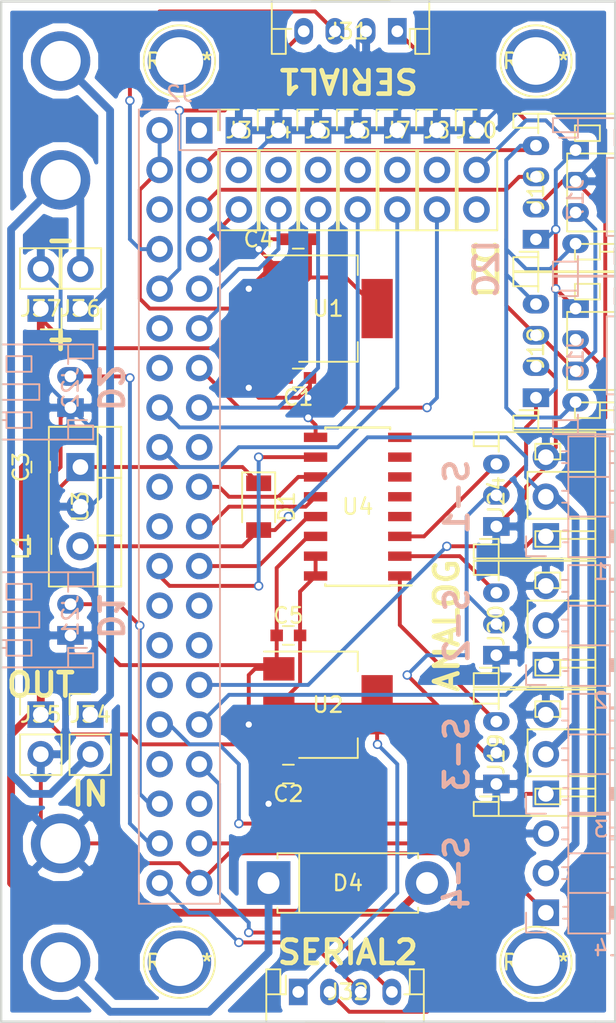
<source format=kicad_pcb>
(kicad_pcb (version 4) (host pcbnew 4.0.7)
  (layers (0 F.Cu signal hide) (31 B.Cu signal hide) (34 B.Paste user) (35 F.Paste user) (36 B.SilkS user) (37 F.SilkS user) (38 B.Mask user) (39 F.Mask user) (44 Edge.Cuts user))
  (net 0 "")
  (net 1 "Net-(J1-Pad1)")
  (net 2 +5V)
  (net 3 GND)
  (net 4 BAT+)
  (net 5 +5VP)
  (net 6 +5VA)
  (net 7 "Net-(D1-Pad1)")
  (net 8 "Net-(D4-Pad1)")
  (net 9 "Net-(J1-Pad2)")
  (net 10 +3V3)
  (net 11 SDA)
  (net 12 SCL)
  (net 13 "Net-(J2-Pad6)")
  (net 14 GPIO4)
  (net 15 TX0)
  (net 16 "Net-(J2-Pad9)")
  (net 17 RX0)
  (net 18 GPIO17)
  (net 19 PWM0)
  (net 20 GPIO27)
  (net 21 "Net-(J2-Pad14)")
  (net 22 GPIO22)
  (net 23 TX1)
  (net 24 "Net-(J2-Pad17)")
  (net 25 RX1)
  (net 26 SPI_MOSI)
  (net 27 "Net-(J2-Pad20)")
  (net 28 SPI_MISO)
  (net 29 GPIO25)
  (net 30 SPI_CLK)
  (net 31 SPI_CS0)
  (net 32 "Net-(J2-Pad25)")
  (net 33 "Net-(J2-Pad26)")
  (net 34 "Net-(J2-Pad27)")
  (net 35 "Net-(J2-Pad28)")
  (net 36 GPIO5)
  (net 37 "Net-(J2-Pad30)")
  (net 38 GPIO6)
  (net 39 GPIO12)
  (net 40 GPIO13)
  (net 41 "Net-(J2-Pad34)")
  (net 42 PWM1)
  (net 43 GPIO16)
  (net 44 GPIO26)
  (net 45 GPIO20)
  (net 46 GPIO21)
  (net 47 A0)
  (net 48 A1)
  (net 49 A2)
  (net 50 "Net-(U4-Pad4)")
  (net 51 "Net-(U4-Pad5)")
  (net 52 "Net-(U4-Pad6)")
  (net 53 "Net-(U4-Pad7)")
  (net 54 "Net-(U4-Pad8)")
  (net 55 "Net-(J3-Pad2)")
  (net 56 "Net-(J4-Pad2)")
  (net 57 "Net-(J5-Pad2)")
  (net 58 "Net-(J6-Pad2)")
  (net 59 "Net-(J7-Pad2)")
  (net 60 "Net-(J8-Pad2)")
  (net 61 "Net-(J10-Pad3)")
  (module Connectors:1pin (layer F.Cu) (at 110.49 105.41)
    (fp_text reference REF** (at 0 0) (layer F.SilkS))
    (fp_text value 1pin)
    (pad 1 thru_hole circle (at 0 0) (size 4.064 4.064) (drill 3.048) (layers *.Cu *.Mask))
  )
  (module Connectors:1pin (layer F.Cu) (at 87.63 105.41)
    (fp_text reference REF** (at 0 0) (layer F.SilkS))
    (fp_text value 1pin)
    (pad 1 thru_hole circle (at 0 0) (size 4.064 4.064) (drill 3.048) (layers *.Cu *.Mask))
  )
  (module Connectors:1pin (layer F.Cu) (at 87.63 47.625)
    (fp_text reference REF** (at 0 0) (layer F.SilkS))
    (fp_text value 1pin)
    (pad 1 thru_hole circle (at 0 0) (size 4.064 4.064) (drill 3.048) (layers *.Cu *.Mask))
  )
  (module Connectors:1pin (layer F.Cu) (at 110.49 47.625)
    (fp_text reference REF** (at 0 0) (layer F.SilkS))
    (fp_text value 1pin)
    (pad 1 thru_hole circle (at 0 0) (size 4.064 4.064) (drill 3.048) (layers *.Cu *.Mask))
  )
  (module Capacitors_SMD:C_0603 (layer F.Cu) (at 95.25 67.945)
    (fp_text reference C1 (at 0 1.27) (layer F.SilkS))
    (fp_text value 100nF)
    (pad 2 smd rect (at 0.75 0) (size 0.8 0.75) (layers F.Cu F.Paste F.Mask) (net 3 GND))
    (pad 1 smd rect (at -0.75 0) (size 0.8 0.75) (layers F.Cu F.Paste F.Mask) (net 4 BAT+))
  )
  (module Capacitors_SMD:C_0603 (layer F.Cu) (at 94.615 93.345)
    (fp_text reference C2 (at 0 1.27) (layer F.SilkS))
    (fp_text value 100nF)
    (pad 2 smd rect (at 0.75 0) (size 0.8 0.75) (layers F.Cu F.Paste F.Mask) (net 3 GND))
    (pad 1 smd rect (at -0.75 0) (size 0.8 0.75) (layers F.Cu F.Paste F.Mask) (net 4 BAT+))
  )
  (module Capacitors_SMD:C_0603 (layer F.Cu) (at 78.74 73.66 270)
    (fp_text reference C3 (at 0 1.27 270) (layer F.SilkS))
    (fp_text value 0.33uF)
    (pad 2 smd rect (at 0.75 0 270) (size 0.8 0.75) (layers F.Cu F.Paste F.Mask) (net 3 GND))
    (pad 1 smd rect (at -0.75 0 270) (size 0.8 0.75) (layers F.Cu F.Paste F.Mask) (net 4 BAT+))
  )
  (module Capacitors_SMD:C_0603 (layer F.Cu) (at 95.25 59.055 180)
    (fp_text reference C4 (at 2.54 0 180) (layer F.SilkS))
    (fp_text value 10uF)
    (pad 2 smd rect (at 0.75 0 180) (size 0.8 0.75) (layers F.Cu F.Paste F.Mask) (net 3 GND))
    (pad 1 smd rect (at -0.75 0 180) (size 0.8 0.75) (layers F.Cu F.Paste F.Mask) (net 2 +5V))
  )
  (module Capacitors_SMD:C_0603 (layer F.Cu) (at 94.615 84.455 180)
    (fp_text reference C5 (at 0 1.27 180) (layer F.SilkS))
    (fp_text value 10uF)
    (pad 2 smd rect (at 0.75 0 180) (size 0.8 0.75) (layers F.Cu F.Paste F.Mask) (net 3 GND))
    (pad 1 smd rect (at -0.75 0 180) (size 0.8 0.75) (layers F.Cu F.Paste F.Mask) (net 6 +5VA))
  )
  (module Diodes_SMD:D_1206 (layer F.Cu) (at 92.71 76.2 270)
    (fp_text reference D1 (at 0 -1.8 270) (layer F.SilkS))
    (fp_text value D_Schottky_Small)
    (pad 1 smd rect (at -1.5 0 270) (size 1 1.6) (layers F.Cu F.Paste F.Mask) (net 7 "Net-(D1-Pad1)"))
    (pad 2 smd rect (at 1.5 0 270) (size 1 1.6) (layers F.Cu F.Paste F.Mask) (net 5 +5VP))
  )
  (module Diodes_THT:D_5W_P10.16mm_Horizontal (layer F.Cu) (at 93.345 100.33)
    (fp_text reference D4 (at 5.08 0) (layer F.SilkS))
    (fp_text value D_Schottky)
    (pad 1 thru_hole rect (at 0 0) (size 2.8 2.8) (drill 1.4) (layers *.Cu *.Mask) (net 8 "Net-(D4-Pad1)"))
    (pad 2 thru_hole oval (at 10.16 0) (size 2.8 2.8) (drill 1.4) (layers *.Cu *.Mask) (net 4 BAT+))
  )
  (module Sailboat:BAT-CONN (layer F.Cu) (at 80.01 51.435)
    (fp_text reference J1 (at 0 -3.81) (layer F.SilkS))
    (fp_text value Conn_01x02)
    (pad 1 thru_hole circle (at 0 -3.81) (size 3.81 3.81) (drill 2.58) (layers *.Cu *.Mask) (net 1 "Net-(J1-Pad1)"))
    (pad 2 thru_hole circle (at 0 3.81) (size 3.81 3.81) (drill 2.58) (layers *.Cu *.Mask) (net 9 "Net-(J1-Pad2)"))
  )
  (module Sailboat:BAT-CONN (layer F.Cu) (at 80.01 101.6)
    (fp_text reference J9 (at 0 3.81) (layer F.SilkS))
    (fp_text value Conn_01x02)
    (pad 1 thru_hole circle (at 0 -3.81) (size 3.81 3.81) (drill 2.58) (layers *.Cu *.Mask) (net 3 GND))
    (pad 2 thru_hole circle (at 0 3.81) (size 3.81 3.81) (drill 2.58) (layers *.Cu *.Mask) (net 8 "Net-(D4-Pad1)"))
  )
  (module Pin_Headers:Pin_Header_Angled_1x03_Pitch2.54mm (layer B.Cu) (at 111.125 78.105)
    (fp_text reference J11 (at 4.385 2.27) (layer B.SilkS) (effects (justify mirror)))
    (fp_text value Conn_01x03_Male)
    (pad 1 thru_hole rect (at 0 0) (size 1.7 1.7) (drill 1) (layers *.Cu *.Mask) (net 36 GPIO5))
    (pad 2 thru_hole oval (at 0 -2.54) (size 1.7 1.7) (drill 1) (layers *.Cu *.Mask) (net 5 +5VP))
    (pad 3 thru_hole oval (at 0 -5.08) (size 1.7 1.7) (drill 1) (layers *.Cu *.Mask) (net 3 GND))
  )
  (module Pin_Headers:Pin_Header_Angled_1x03_Pitch2.54mm (layer B.Cu) (at 111.125 86.36)
    (fp_text reference J12 (at 4.385 2.27) (layer B.SilkS) (effects (justify mirror)))
    (fp_text value Conn_01x03_Male)
    (pad 1 thru_hole rect (at 0 0) (size 1.7 1.7) (drill 1) (layers *.Cu *.Mask) (net 38 GPIO6))
    (pad 2 thru_hole oval (at 0 -2.54) (size 1.7 1.7) (drill 1) (layers *.Cu *.Mask) (net 5 +5VP))
    (pad 3 thru_hole oval (at 0 -5.08) (size 1.7 1.7) (drill 1) (layers *.Cu *.Mask) (net 3 GND))
  )
  (module Pin_Headers:Pin_Header_Angled_1x03_Pitch2.54mm (layer B.Cu) (at 111.125 94.615)
    (fp_text reference J13 (at 4.385 2.27) (layer B.SilkS) (effects (justify mirror)))
    (fp_text value Conn_01x03_Male)
    (pad 1 thru_hole rect (at 0 0) (size 1.7 1.7) (drill 1) (layers *.Cu *.Mask) (net 39 GPIO12))
    (pad 2 thru_hole oval (at 0 -2.54) (size 1.7 1.7) (drill 1) (layers *.Cu *.Mask) (net 5 +5VP))
    (pad 3 thru_hole oval (at 0 -5.08) (size 1.7 1.7) (drill 1) (layers *.Cu *.Mask) (net 3 GND))
  )
  (module Pin_Headers:Pin_Header_Angled_1x03_Pitch2.54mm (layer B.Cu) (at 111.125 102.235)
    (fp_text reference J14 (at 4.385 2.27) (layer B.SilkS) (effects (justify mirror)))
    (fp_text value Conn_01x03_Male)
    (pad 1 thru_hole rect (at 0 0) (size 1.7 1.7) (drill 1) (layers *.Cu *.Mask) (net 44 GPIO26))
    (pad 2 thru_hole oval (at 0 -2.54) (size 1.7 1.7) (drill 1) (layers *.Cu *.Mask) (net 5 +5VP))
    (pad 3 thru_hole oval (at 0 -5.08) (size 1.7 1.7) (drill 1) (layers *.Cu *.Mask) (net 3 GND))
  )
  (module Connectors_JST:JST_PH_S4B-PH-K_04x2.00mm_Angled (layer B.Cu) (at 113.03 63.5 270)
    (fp_text reference J15 (at 3.175 0 270) (layer B.SilkS) (effects (justify mirror)))
    (fp_text value Conn_01x04)
    (pad 1 thru_hole rect (at 0 0 270) (size 1.2 1.7) (drill 0.75) (layers *.Cu *.Mask) (net 6 +5VA))
    (pad 2 thru_hole oval (at 2 0 270) (size 1.2 1.7) (drill 0.75) (layers *.Cu *.Mask) (net 3 GND))
    (pad 3 thru_hole oval (at 4 0 270) (size 1.2 1.7) (drill 0.75) (layers *.Cu *.Mask) (net 12 SCL))
    (pad 4 thru_hole oval (at 6 0 270) (size 1.2 1.7) (drill 0.75) (layers *.Cu *.Mask) (net 11 SDA))
  )
  (module Connectors_JST:JST_PH_S4B-PH-K_04x2.00mm_Angled (layer F.Cu) (at 110.49 59.055 90)
    (fp_text reference J16 (at 3.175 0 90) (layer F.SilkS))
    (fp_text value Conn_01x04)
    (pad 1 thru_hole rect (at 0 0 90) (size 1.2 1.7) (drill 0.75) (layers *.Cu *.Mask) (net 6 +5VA))
    (pad 2 thru_hole oval (at 2 0 90) (size 1.2 1.7) (drill 0.75) (layers *.Cu *.Mask) (net 3 GND))
    (pad 3 thru_hole oval (at 4 0 90) (size 1.2 1.7) (drill 0.75) (layers *.Cu *.Mask) (net 12 SCL))
    (pad 4 thru_hole oval (at 6 0 90) (size 1.2 1.7) (drill 0.75) (layers *.Cu *.Mask) (net 11 SDA))
  )
  (module Connectors_JST:JST_PH_S4B-PH-K_04x2.00mm_Angled (layer B.Cu) (at 113.03 53.34 270)
    (fp_text reference J17 (at 3.175 0 270) (layer B.SilkS) (effects (justify mirror)))
    (fp_text value Conn_01x04)
    (pad 1 thru_hole rect (at 0 0 270) (size 1.2 1.7) (drill 0.75) (layers *.Cu *.Mask) (net 6 +5VA))
    (pad 2 thru_hole oval (at 2 0 270) (size 1.2 1.7) (drill 0.75) (layers *.Cu *.Mask) (net 3 GND))
    (pad 3 thru_hole oval (at 4 0 270) (size 1.2 1.7) (drill 0.75) (layers *.Cu *.Mask) (net 12 SCL))
    (pad 4 thru_hole oval (at 6 0 270) (size 1.2 1.7) (drill 0.75) (layers *.Cu *.Mask) (net 11 SDA))
  )
  (module Connectors_JST:JST_PH_S4B-PH-K_04x2.00mm_Angled (layer F.Cu) (at 110.49 69.215 90)
    (fp_text reference J18 (at 3.175 0 90) (layer F.SilkS))
    (fp_text value Conn_01x04)
    (pad 1 thru_hole rect (at 0 0 90) (size 1.2 1.7) (drill 0.75) (layers *.Cu *.Mask) (net 6 +5VA))
    (pad 2 thru_hole oval (at 2 0 90) (size 1.2 1.7) (drill 0.75) (layers *.Cu *.Mask) (net 3 GND))
    (pad 3 thru_hole oval (at 4 0 90) (size 1.2 1.7) (drill 0.75) (layers *.Cu *.Mask) (net 12 SCL))
    (pad 4 thru_hole oval (at 6 0 90) (size 1.2 1.7) (drill 0.75) (layers *.Cu *.Mask) (net 11 SDA))
  )
  (module Connectors_JST:JST_PH_S3B-PH-K_03x2.00mm_Angled (layer F.Cu) (at 107.95 93.98 90)
    (fp_text reference J19 (at 1.905 0 90) (layer F.SilkS))
    (fp_text value Conn_01x03)
    (pad 1 thru_hole rect (at 0 0 90) (size 1.2 1.7) (drill 0.75) (layers *.Cu *.Mask) (net 3 GND))
    (pad 2 thru_hole oval (at 2 0 90) (size 1.2 1.7) (drill 0.75) (layers *.Cu *.Mask) (net 6 +5VA))
    (pad 3 thru_hole oval (at 4 0 90) (size 1.2 1.7) (drill 0.75) (layers *.Cu *.Mask) (net 47 A0))
  )
  (module Connectors_JST:JST_PH_S3B-PH-K_03x2.00mm_Angled (layer F.Cu) (at 107.95 85.725 90)
    (fp_text reference J20 (at 1.905 0 90) (layer F.SilkS))
    (fp_text value Conn_01x03)
    (pad 1 thru_hole rect (at 0 0 90) (size 1.2 1.7) (drill 0.75) (layers *.Cu *.Mask) (net 3 GND))
    (pad 2 thru_hole oval (at 2 0 90) (size 1.2 1.7) (drill 0.75) (layers *.Cu *.Mask) (net 6 +5VA))
    (pad 3 thru_hole oval (at 4 0 90) (size 1.2 1.7) (drill 0.75) (layers *.Cu *.Mask) (net 48 A1))
  )
  (module Connectors_JST:JST_PH_S2B-PH-K_02x2.00mm_Angled (layer B.Cu) (at 80.645 84.455 90)
    (fp_text reference J21 (at 1.27 0 90) (layer B.SilkS) (effects (justify mirror)))
    (fp_text value Conn_01x02)
    (pad 1 thru_hole rect (at 0 0 90) (size 1.2 1.7) (drill 0.75) (layers *.Cu *.Mask) (net 3 GND))
    (pad 2 thru_hole oval (at 2 0 90) (size 1.2 1.7) (drill 0.75) (layers *.Cu *.Mask) (net 43 GPIO16))
  )
  (module Connectors_JST:JST_PH_S2B-PH-K_02x2.00mm_Angled (layer B.Cu) (at 80.645 69.85 90)
    (fp_text reference J22 (at 1.27 0 90) (layer B.SilkS) (effects (justify mirror)))
    (fp_text value Conn_01x02)
    (pad 1 thru_hole rect (at 0 0 90) (size 1.2 1.7) (drill 0.75) (layers *.Cu *.Mask) (net 3 GND))
    (pad 2 thru_hole oval (at 2 0 90) (size 1.2 1.7) (drill 0.75) (layers *.Cu *.Mask) (net 45 GPIO20))
  )
  (module Connectors_JST:JST_PH_S3B-PH-K_03x2.00mm_Angled (layer F.Cu) (at 107.95 77.47 90)
    (fp_text reference J24 (at 1.905 0 90) (layer F.SilkS))
    (fp_text value Conn_01x03)
    (pad 1 thru_hole rect (at 0 0 90) (size 1.2 1.7) (drill 0.75) (layers *.Cu *.Mask) (net 3 GND))
    (pad 2 thru_hole oval (at 2 0 90) (size 1.2 1.7) (drill 0.75) (layers *.Cu *.Mask) (net 6 +5VA))
    (pad 3 thru_hole oval (at 4 0 90) (size 1.2 1.7) (drill 0.75) (layers *.Cu *.Mask) (net 49 A2))
  )
  (module Connectors_JST:JST_PH_S4B-PH-K_04x2.00mm_Angled (layer F.Cu) (at 101.6 45.72 180)
    (fp_text reference J31 (at 3.175 0 180) (layer F.SilkS))
    (fp_text value Conn_01x04)
    (pad 1 thru_hole rect (at 0 0 180) (size 1.2 1.7) (drill 0.75) (layers *.Cu *.Mask) (net 6 +5VA))
    (pad 2 thru_hole oval (at 2 0 180) (size 1.2 1.7) (drill 0.75) (layers *.Cu *.Mask) (net 3 GND))
    (pad 3 thru_hole oval (at 4 0 180) (size 1.2 1.7) (drill 0.75) (layers *.Cu *.Mask) (net 15 TX0))
    (pad 4 thru_hole oval (at 6 0 180) (size 1.2 1.7) (drill 0.75) (layers *.Cu *.Mask) (net 17 RX0))
  )
  (module Connectors_JST:JST_PH_S4B-PH-K_04x2.00mm_Angled (layer F.Cu) (at 95.25 107.315)
    (fp_text reference J32 (at 3.175 0) (layer F.SilkS))
    (fp_text value Conn_01x04)
    (pad 1 thru_hole rect (at 0 0) (size 1.2 1.7) (drill 0.75) (layers *.Cu *.Mask) (net 6 +5VA))
    (pad 2 thru_hole oval (at 2 0) (size 1.2 1.7) (drill 0.75) (layers *.Cu *.Mask) (net 3 GND))
    (pad 3 thru_hole oval (at 4 0) (size 1.2 1.7) (drill 0.75) (layers *.Cu *.Mask) (net 23 TX1))
    (pad 4 thru_hole oval (at 6 0) (size 1.2 1.7) (drill 0.75) (layers *.Cu *.Mask) (net 25 RX1))
  )
  (module Pin_Headers:Pin_Header_Straight_1x02_Pitch2.54mm (layer F.Cu) (at 81.28 63.5 180)
    (fp_text reference J36 (at 0 0 180) (layer F.SilkS))
    (fp_text value Conn_01x02)
    (pad 1 thru_hole rect (at 0 0 180) (size 1.7 1.7) (drill 1) (layers *.Cu *.Mask) (net 1 "Net-(J1-Pad1)"))
    (pad 2 thru_hole oval (at 0 2.54 180) (size 1.7 1.7) (drill 1) (layers *.Cu *.Mask) (net 9 "Net-(J1-Pad2)"))
  )
  (module Pin_Headers:Pin_Header_Straight_1x02_Pitch2.54mm (layer F.Cu) (at 78.74 63.5 180)
    (fp_text reference J37 (at 0 0 180) (layer F.SilkS))
    (fp_text value Conn_01x02)
    (pad 1 thru_hole rect (at 0 0 180) (size 1.7 1.7) (drill 1) (layers *.Cu *.Mask) (net 4 BAT+))
    (pad 2 thru_hole oval (at 0 2.54 180) (size 1.7 1.7) (drill 1) (layers *.Cu *.Mask) (net 3 GND))
  )
  (module Inductors_SMD:L_0603 (layer F.Cu) (at 78.74 78.74 270)
    (fp_text reference L1 (at 0 1.27 270) (layer F.SilkS))
    (fp_text value 3.3uH)
    (pad 1 smd rect (at -0.75 0 270) (size 0.5 0.9) (layers F.Cu F.Paste F.Mask) (net 7 "Net-(D1-Pad1)"))
    (pad 2 smd rect (at 0.75 0 270) (size 0.5 0.9) (layers F.Cu F.Paste F.Mask) (net 4 BAT+))
  )
  (module TO_SOT_Packages_SMD:SOT-223-3_TabPin2 (layer F.Cu) (at 97.155 63.5)
    (fp_text reference U1 (at 0 0) (layer F.SilkS))
    (fp_text value LD1117S50TR_SOT223)
    (pad 2 smd rect (at 3.15 0) (size 2 3.8) (layers F.Cu F.Paste F.Mask) (net 2 +5V))
    (pad 2 smd rect (at -3.15 0) (size 2 1.5) (layers F.Cu F.Paste F.Mask) (net 2 +5V))
    (pad 3 smd rect (at -3.15 2.3) (size 2 1.5) (layers F.Cu F.Paste F.Mask) (net 4 BAT+))
    (pad 1 smd rect (at -3.15 -2.3) (size 2 1.5) (layers F.Cu F.Paste F.Mask) (net 3 GND))
  )
  (module TO_SOT_Packages_SMD:SOT-223-3_TabPin2 (layer F.Cu) (at 97.155 88.9)
    (fp_text reference U2 (at 0 0) (layer F.SilkS))
    (fp_text value LD1117S50TR_SOT223)
    (pad 2 smd rect (at 3.15 0) (size 2 3.8) (layers F.Cu F.Paste F.Mask) (net 6 +5VA))
    (pad 2 smd rect (at -3.15 0) (size 2 1.5) (layers F.Cu F.Paste F.Mask) (net 6 +5VA))
    (pad 3 smd rect (at -3.15 2.3) (size 2 1.5) (layers F.Cu F.Paste F.Mask) (net 4 BAT+))
    (pad 1 smd rect (at -3.15 -2.3) (size 2 1.5) (layers F.Cu F.Paste F.Mask) (net 3 GND))
  )
  (module TO_SOT_Packages_THT:TO-220-3_Vertical (layer F.Cu) (at 81.28 73.66 270)
    (fp_text reference U3 (at 2.54 0 270) (layer F.SilkS))
    (fp_text value L7805)
    (pad 1 thru_hole rect (at 0 0 270) (size 1.8 1.8) (drill 1) (layers *.Cu *.Mask) (net 7 "Net-(D1-Pad1)"))
    (pad 2 thru_hole oval (at 2.54 0 270) (size 1.8 1.8) (drill 1) (layers *.Cu *.Mask) (net 3 GND))
    (pad 3 thru_hole oval (at 5.08 0 270) (size 1.8 1.8) (drill 1) (layers *.Cu *.Mask) (net 5 +5VP))
  )
  (module Housings_SOIC:SOIC-16_3.9x9.9mm_Pitch1.27mm (layer F.Cu) (at 99.06 76.2 180)
    (fp_text reference U4 (at 0 0 180) (layer F.SilkS))
    (fp_text value MCP3008)
    (pad 1 smd rect (at -2.7 -4.445 180) (size 1.5 0.6) (layers F.Cu F.Paste F.Mask) (net 47 A0))
    (pad 2 smd rect (at -2.7 -3.175 180) (size 1.5 0.6) (layers F.Cu F.Paste F.Mask) (net 48 A1))
    (pad 3 smd rect (at -2.7 -1.905 180) (size 1.5 0.6) (layers F.Cu F.Paste F.Mask) (net 49 A2))
    (pad 4 smd rect (at -2.7 -0.635 180) (size 1.5 0.6) (layers F.Cu F.Paste F.Mask) (net 50 "Net-(U4-Pad4)"))
    (pad 5 smd rect (at -2.7 0.635 180) (size 1.5 0.6) (layers F.Cu F.Paste F.Mask) (net 51 "Net-(U4-Pad5)"))
    (pad 6 smd rect (at -2.7 1.905 180) (size 1.5 0.6) (layers F.Cu F.Paste F.Mask) (net 52 "Net-(U4-Pad6)"))
    (pad 7 smd rect (at -2.7 3.175 180) (size 1.5 0.6) (layers F.Cu F.Paste F.Mask) (net 53 "Net-(U4-Pad7)"))
    (pad 8 smd rect (at -2.7 4.445 180) (size 1.5 0.6) (layers F.Cu F.Paste F.Mask) (net 54 "Net-(U4-Pad8)"))
    (pad 9 smd rect (at 2.7 4.445 180) (size 1.5 0.6) (layers F.Cu F.Paste F.Mask) (net 3 GND))
    (pad 10 smd rect (at 2.7 3.175 180) (size 1.5 0.6) (layers F.Cu F.Paste F.Mask) (net 31 SPI_CS0))
    (pad 11 smd rect (at 2.7 1.905 180) (size 1.5 0.6) (layers F.Cu F.Paste F.Mask) (net 26 SPI_MOSI))
    (pad 12 smd rect (at 2.7 0.635 180) (size 1.5 0.6) (layers F.Cu F.Paste F.Mask) (net 28 SPI_MISO))
    (pad 13 smd rect (at 2.7 -0.635 180) (size 1.5 0.6) (layers F.Cu F.Paste F.Mask) (net 30 SPI_CLK))
    (pad 14 smd rect (at 2.7 -1.905 180) (size 1.5 0.6) (layers F.Cu F.Paste F.Mask) (net 3 GND))
    (pad 15 smd rect (at 2.7 -3.175 180) (size 1.5 0.6) (layers F.Cu F.Paste F.Mask) (net 6 +5VA))
    (pad 16 smd rect (at 2.7 -4.445 180) (size 1.5 0.6) (layers F.Cu F.Paste F.Mask) (net 6 +5VA))
  )
  (module Pin_Headers:Pin_Header_Straight_2x20_Pitch2.54mm (layer B.Cu) (at 88.9 52.07 180)
    (fp_text reference J2 (at 1.27 2.33 180) (layer B.SilkS) (effects (justify mirror)))
    (fp_text value Conn_02x20_Odd_Even)
    (pad 1 thru_hole rect (at 0 0 180) (size 1.7 1.7) (drill 1) (layers *.Cu *.Mask) (net 10 +3V3))
    (pad 2 thru_hole oval (at 2.54 0 180) (size 1.7 1.7) (drill 1) (layers *.Cu *.Mask) (net 2 +5V))
    (pad 3 thru_hole oval (at 0 -2.54 180) (size 1.7 1.7) (drill 1) (layers *.Cu *.Mask) (net 11 SDA))
    (pad 4 thru_hole oval (at 2.54 -2.54 180) (size 1.7 1.7) (drill 1) (layers *.Cu *.Mask) (net 2 +5V))
    (pad 5 thru_hole oval (at 0 -5.08 180) (size 1.7 1.7) (drill 1) (layers *.Cu *.Mask) (net 12 SCL))
    (pad 6 thru_hole oval (at 2.54 -5.08 180) (size 1.7 1.7) (drill 1) (layers *.Cu *.Mask) (net 13 "Net-(J2-Pad6)"))
    (pad 7 thru_hole oval (at 0 -7.62 180) (size 1.7 1.7) (drill 1) (layers *.Cu *.Mask) (net 14 GPIO4))
    (pad 8 thru_hole oval (at 2.54 -7.62 180) (size 1.7 1.7) (drill 1) (layers *.Cu *.Mask) (net 15 TX0))
    (pad 9 thru_hole oval (at 0 -10.16 180) (size 1.7 1.7) (drill 1) (layers *.Cu *.Mask) (net 16 "Net-(J2-Pad9)"))
    (pad 10 thru_hole oval (at 2.54 -10.16 180) (size 1.7 1.7) (drill 1) (layers *.Cu *.Mask) (net 17 RX0))
    (pad 11 thru_hole oval (at 0 -12.7 180) (size 1.7 1.7) (drill 1) (layers *.Cu *.Mask) (net 18 GPIO17))
    (pad 12 thru_hole oval (at 2.54 -12.7 180) (size 1.7 1.7) (drill 1) (layers *.Cu *.Mask) (net 19 PWM0))
    (pad 13 thru_hole oval (at 0 -15.24 180) (size 1.7 1.7) (drill 1) (layers *.Cu *.Mask) (net 20 GPIO27))
    (pad 14 thru_hole oval (at 2.54 -15.24 180) (size 1.7 1.7) (drill 1) (layers *.Cu *.Mask) (net 21 "Net-(J2-Pad14)"))
    (pad 15 thru_hole oval (at 0 -17.78 180) (size 1.7 1.7) (drill 1) (layers *.Cu *.Mask) (net 22 GPIO22))
    (pad 16 thru_hole oval (at 2.54 -17.78 180) (size 1.7 1.7) (drill 1) (layers *.Cu *.Mask) (net 46 GPIO21))
    (pad 17 thru_hole oval (at 0 -20.32 180) (size 1.7 1.7) (drill 1) (layers *.Cu *.Mask) (net 24 "Net-(J2-Pad17)"))
    (pad 18 thru_hole oval (at 2.54 -20.32 180) (size 1.7 1.7) (drill 1) (layers *.Cu *.Mask) (net 40 GPIO13))
    (pad 19 thru_hole oval (at 0 -22.86 180) (size 1.7 1.7) (drill 1) (layers *.Cu *.Mask) (net 26 SPI_MOSI))
    (pad 20 thru_hole oval (at 2.54 -22.86 180) (size 1.7 1.7) (drill 1) (layers *.Cu *.Mask) (net 27 "Net-(J2-Pad20)"))
    (pad 21 thru_hole oval (at 0 -25.4 180) (size 1.7 1.7) (drill 1) (layers *.Cu *.Mask) (net 28 SPI_MISO))
    (pad 22 thru_hole oval (at 2.54 -25.4 180) (size 1.7 1.7) (drill 1) (layers *.Cu *.Mask) (net 29 GPIO25))
    (pad 23 thru_hole oval (at 0 -27.94 180) (size 1.7 1.7) (drill 1) (layers *.Cu *.Mask) (net 30 SPI_CLK))
    (pad 24 thru_hole oval (at 2.54 -27.94 180) (size 1.7 1.7) (drill 1) (layers *.Cu *.Mask) (net 31 SPI_CS0))
    (pad 25 thru_hole oval (at 0 -30.48 180) (size 1.7 1.7) (drill 1) (layers *.Cu *.Mask) (net 32 "Net-(J2-Pad25)"))
    (pad 26 thru_hole oval (at 2.54 -30.48 180) (size 1.7 1.7) (drill 1) (layers *.Cu *.Mask) (net 33 "Net-(J2-Pad26)"))
    (pad 27 thru_hole oval (at 0 -33.02 180) (size 1.7 1.7) (drill 1) (layers *.Cu *.Mask) (net 34 "Net-(J2-Pad27)"))
    (pad 28 thru_hole oval (at 2.54 -33.02 180) (size 1.7 1.7) (drill 1) (layers *.Cu *.Mask) (net 35 "Net-(J2-Pad28)"))
    (pad 29 thru_hole oval (at 0 -35.56 180) (size 1.7 1.7) (drill 1) (layers *.Cu *.Mask) (net 36 GPIO5))
    (pad 30 thru_hole oval (at 2.54 -35.56 180) (size 1.7 1.7) (drill 1) (layers *.Cu *.Mask) (net 37 "Net-(J2-Pad30)"))
    (pad 31 thru_hole oval (at 0 -38.1 180) (size 1.7 1.7) (drill 1) (layers *.Cu *.Mask) (net 38 GPIO6))
    (pad 32 thru_hole oval (at 2.54 -38.1 180) (size 1.7 1.7) (drill 1) (layers *.Cu *.Mask) (net 39 GPIO12))
    (pad 33 thru_hole oval (at 0 -40.64 180) (size 1.7 1.7) (drill 1) (layers *.Cu *.Mask) (net 25 RX1))
    (pad 34 thru_hole oval (at 2.54 -40.64 180) (size 1.7 1.7) (drill 1) (layers *.Cu *.Mask) (net 41 "Net-(J2-Pad34)"))
    (pad 35 thru_hole oval (at 0 -43.18 180) (size 1.7 1.7) (drill 1) (layers *.Cu *.Mask) (net 42 PWM1))
    (pad 36 thru_hole oval (at 2.54 -43.18 180) (size 1.7 1.7) (drill 1) (layers *.Cu *.Mask) (net 43 GPIO16))
    (pad 37 thru_hole oval (at 0 -45.72 180) (size 1.7 1.7) (drill 1) (layers *.Cu *.Mask) (net 44 GPIO26))
    (pad 38 thru_hole oval (at 2.54 -45.72 180) (size 1.7 1.7) (drill 1) (layers *.Cu *.Mask) (net 45 GPIO20))
    (pad 39 thru_hole oval (at 0 -48.26 180) (size 1.7 1.7) (drill 1) (layers *.Cu *.Mask) (net 3 GND))
    (pad 40 thru_hole oval (at 2.54 -48.26 180) (size 1.7 1.7) (drill 1) (layers *.Cu *.Mask) (net 23 TX1))
  )
  (module Pin_Headers:Pin_Header_Straight_1x02_Pitch2.54mm (layer F.Cu) (at 81.915 89.535)
    (fp_text reference J34 (at 0 0) (layer F.SilkS))
    (fp_text value Conn_01x02)
    (pad 1 thru_hole rect (at 0 0) (size 1.7 1.7) (drill 1) (layers *.Cu *.Mask) (net 1 "Net-(J1-Pad1)"))
    (pad 2 thru_hole oval (at 0 2.54) (size 1.7 1.7) (drill 1) (layers *.Cu *.Mask) (net 9 "Net-(J1-Pad2)"))
  )
  (module Pin_Headers:Pin_Header_Straight_1x02_Pitch2.54mm (layer F.Cu) (at 78.74 89.535)
    (fp_text reference J35 (at 0 0) (layer F.SilkS))
    (fp_text value Conn_01x02)
    (pad 1 thru_hole rect (at 0 0) (size 1.7 1.7) (drill 1) (layers *.Cu *.Mask) (net 4 BAT+))
    (pad 2 thru_hole oval (at 0 2.54) (size 1.7 1.7) (drill 1) (layers *.Cu *.Mask) (net 3 GND))
  )
  (module Pin_Headers:Pin_Header_Straight_1x03_Pitch2.54mm (layer F.Cu) (at 91.44 52.07)
    (fp_text reference J3 (at 0 0) (layer F.SilkS))
    (fp_text value Conn_01x03)
    (pad 1 thru_hole rect (at 0 0) (size 1.7 1.7) (drill 1) (layers *.Cu *.Mask) (net 3 GND))
    (pad 2 thru_hole oval (at 0 2.54) (size 1.7 1.7) (drill 1) (layers *.Cu *.Mask) (net 55 "Net-(J3-Pad2)"))
    (pad 3 thru_hole oval (at 0 5.08) (size 1.7 1.7) (drill 1) (layers *.Cu *.Mask) (net 14 GPIO4))
  )
  (module Pin_Headers:Pin_Header_Straight_1x03_Pitch2.54mm (layer F.Cu) (at 93.98 52.07)
    (fp_text reference J4 (at 0 0) (layer F.SilkS))
    (fp_text value Conn_01x03)
    (pad 1 thru_hole rect (at 0 0) (size 1.7 1.7) (drill 1) (layers *.Cu *.Mask) (net 3 GND))
    (pad 2 thru_hole oval (at 0 2.54) (size 1.7 1.7) (drill 1) (layers *.Cu *.Mask) (net 56 "Net-(J4-Pad2)"))
    (pad 3 thru_hole oval (at 0 5.08) (size 1.7 1.7) (drill 1) (layers *.Cu *.Mask) (net 18 GPIO17))
  )
  (module Pin_Headers:Pin_Header_Straight_1x03_Pitch2.54mm (layer F.Cu) (at 96.52 52.07)
    (fp_text reference J5 (at 0 0) (layer F.SilkS))
    (fp_text value Conn_01x03)
    (pad 1 thru_hole rect (at 0 0) (size 1.7 1.7) (drill 1) (layers *.Cu *.Mask) (net 3 GND))
    (pad 2 thru_hole oval (at 0 2.54) (size 1.7 1.7) (drill 1) (layers *.Cu *.Mask) (net 57 "Net-(J5-Pad2)"))
    (pad 3 thru_hole oval (at 0 5.08) (size 1.7 1.7) (drill 1) (layers *.Cu *.Mask) (net 22 GPIO22))
  )
  (module Pin_Headers:Pin_Header_Straight_1x03_Pitch2.54mm (layer F.Cu) (at 99.06 52.07)
    (fp_text reference J6 (at 0 0) (layer F.SilkS))
    (fp_text value Conn_01x03)
    (pad 1 thru_hole rect (at 0 0) (size 1.7 1.7) (drill 1) (layers *.Cu *.Mask) (net 3 GND))
    (pad 2 thru_hole oval (at 0 2.54) (size 1.7 1.7) (drill 1) (layers *.Cu *.Mask) (net 58 "Net-(J6-Pad2)"))
    (pad 3 thru_hole oval (at 0 5.08) (size 1.7 1.7) (drill 1) (layers *.Cu *.Mask) (net 46 GPIO21))
  )
  (module Pin_Headers:Pin_Header_Straight_1x03_Pitch2.54mm (layer F.Cu) (at 101.6 52.07)
    (fp_text reference J7 (at 0 0) (layer F.SilkS))
    (fp_text value Conn_01x03)
    (pad 1 thru_hole rect (at 0 0) (size 1.7 1.7) (drill 1) (layers *.Cu *.Mask) (net 3 GND))
    (pad 2 thru_hole oval (at 0 2.54) (size 1.7 1.7) (drill 1) (layers *.Cu *.Mask) (net 59 "Net-(J7-Pad2)"))
    (pad 3 thru_hole oval (at 0 5.08) (size 1.7 1.7) (drill 1) (layers *.Cu *.Mask) (net 40 GPIO13))
  )
  (module Pin_Headers:Pin_Header_Straight_1x03_Pitch2.54mm (layer F.Cu) (at 104.14 52.07)
    (fp_text reference J8 (at 0 0) (layer F.SilkS))
    (fp_text value Conn_01x03)
    (pad 1 thru_hole rect (at 0 0) (size 1.7 1.7) (drill 1) (layers *.Cu *.Mask) (net 3 GND))
    (pad 2 thru_hole oval (at 0 2.54) (size 1.7 1.7) (drill 1) (layers *.Cu *.Mask) (net 60 "Net-(J8-Pad2)"))
    (pad 3 thru_hole oval (at 0 5.08) (size 1.7 1.7) (drill 1) (layers *.Cu *.Mask) (net 20 GPIO27))
  )
  (module Pin_Headers:Pin_Header_Straight_1x03_Pitch2.54mm (layer F.Cu) (at 106.68 52.07)
    (fp_text reference J10 (at 0 0) (layer F.SilkS))
    (fp_text value Conn_01x03)
    (pad 1 thru_hole rect (at 0 0) (size 1.7 1.7) (drill 1) (layers *.Cu *.Mask) (net 3 GND))
    (pad 2 thru_hole oval (at 0 2.54) (size 1.7 1.7) (drill 1) (layers *.Cu *.Mask) (net 6 +5VA))
    (pad 3 thru_hole oval (at 0 5.08) (size 1.7 1.7) (drill 1) (layers *.Cu *.Mask) (net 61 "Net-(J10-Pad3)"))
  )
  (gr_text D2 (at 83.185 68.58 270) (layer B.SilkS) (effects (font (size 1.5 1.5) (thickness 0.3)) (justify mirror)))
  (gr_text D1 (at 83.185 83.185 270) (layer B.SilkS) (effects (font (size 1.5 1.5) (thickness 0.3)) (justify mirror)))
  (gr_text I2C (at 107.315 60.96 90) (layer B.SilkS) (effects (font (size 1.5 1.5) (thickness 0.3)) (justify mirror)))
  (gr_text SERIAL2 (at 98.425 104.775) (layer F.SilkS) (effects (font (size 1.5 1.5) (thickness 0.3))))
  (gr_text SERIAL1 (at 98.425 48.895 180) (layer F.SilkS) (effects (font (size 1.5 1.5) (thickness 0.3))))
  (gr_text S-1 (at 105.41 75.565 90) (layer B.SilkS) (effects (font (size 1.5 1.5) (thickness 0.3)) (justify mirror)))
  (gr_text S-4 (at 105.41 99.695 90) (layer B.SilkS) (effects (font (size 1.5 1.5) (thickness 0.3)) (justify mirror)))
  (gr_text S-3 (at 105.41 92.075 90) (layer B.SilkS) (effects (font (size 1.5 1.5) (thickness 0.3)) (justify mirror)))
  (gr_text S-2 (at 105.41 83.82 90) (layer B.SilkS) (effects (font (size 1.5 1.5) (thickness 0.3)) (justify mirror)))
  (gr_text ANALOG (at 104.775 83.82 90) (layer F.SilkS) (effects (font (size 1.5 1.5) (thickness 0.3))))
  (gr_text I2C (at 107.315 60.96 90) (layer F.SilkS) (effects (font (size 1.5 1.5) (thickness 0.3))))
  (gr_text + (at 80.01 65.405) (layer F.SilkS) (effects (font (size 1.5 1.5) (thickness 0.3))))
  (gr_text - (at 80.01 59.055) (layer F.SilkS) (effects (font (size 1.5 1.5) (thickness 0.3))))
  (gr_text IN (at 81.915 94.615) (layer F.SilkS) (effects (font (size 1.5 1.5) (thickness 0.3))))
  (gr_text OUT (at 78.74 87.63) (layer F.SilkS) (effects (font (size 1.5 1.5) (thickness 0.3))))
  (gr_line (start 115.57 109.22) (end 114.3 109.22) (angle 90) (layer Edge.Cuts) (width 0.15))
  (gr_line (start 115.57 43.815) (end 115.57 109.22) (angle 90) (layer Edge.Cuts) (width 0.15))
  (gr_line (start 114.3 43.815) (end 115.57 43.815) (angle 90) (layer Edge.Cuts) (width 0.15))
  (gr_line (start 76.2 109.22) (end 83.82 109.22) (angle 90) (layer Edge.Cuts) (width 0.15))
  (gr_line (start 76.2 43.815) (end 76.2 109.22) (angle 90) (layer Edge.Cuts) (width 0.15))
  (gr_line (start 83.82 43.815) (end 76.2 43.815) (angle 90) (layer Edge.Cuts) (width 0.15))
  (gr_line (start 114.3 109.22) (end 83.82 109.22) (angle 90) (layer Edge.Cuts) (width 0.15))
  (gr_line (start 83.82 43.815) (end 114.3 43.815) (angle 90) (layer Edge.Cuts) (width 0.15))
  (segment (start 83.185 62.23) (end 83.185 88.265) (width 0.5) (layer B.Cu) (net 1))
  (segment (start 83.185 88.265) (end 81.915 89.535) (width 0.5) (layer B.Cu) (net 1))
  (segment (start 80.01 47.625) (end 83.185 50.8) (width 0.5) (layer B.Cu) (net 1))
  (segment (start 83.185 62.23) (end 81.915 63.5) (width 0.5) (layer B.Cu) (net 1))
  (segment (start 83.185 50.8) (end 83.185 62.23) (width 0.5) (layer B.Cu) (net 1))
  (segment (start 81.915 63.5) (end 81.28 63.5) (width 0.5) (layer B.Cu) (net 1))
  (segment (start 94.005 63.5) (end 85.725 63.5) (width 0.25) (layer F.Cu) (net 2))
  (segment (start 85.09 55.88) (end 86.36 54.61) (width 0.25) (layer F.Cu) (net 2))
  (segment (start 85.09 62.865) (end 85.09 55.88) (width 0.25) (layer F.Cu) (net 2))
  (segment (start 85.725 63.5) (end 85.09 62.865) (width 0.25) (layer F.Cu) (net 2))
  (segment (start 86.36 52.07) (end 86.36 54.61) (width 0.25) (layer B.Cu) (net 2))
  (segment (start 96 61.505) (end 98.31 61.505) (width 0.25) (layer F.Cu) (net 2))
  (segment (start 98.31 61.505) (end 100.305 63.5) (width 0.25) (layer F.Cu) (net 2))
  (segment (start 96 59.055) (end 96 61.505) (width 0.25) (layer F.Cu) (net 2))
  (segment (start 96 61.505) (end 94.005 63.5) (width 0.25) (layer F.Cu) (net 2))
  (segment (start 88.9 100.33) (end 90.805 98.425) (width 0.25) (layer F.Cu) (net 3))
  (segment (start 98.52 108.585) (end 97.25 107.315) (width 0.25) (layer F.Cu) (net 3))
  (segment (start 103.505 108.585) (end 98.52 108.585) (width 0.25) (layer F.Cu) (net 3))
  (segment (start 106.045 106.045) (end 103.505 108.585) (width 0.25) (layer F.Cu) (net 3))
  (segment (start 106.045 99.06) (end 106.045 106.045) (width 0.25) (layer F.Cu) (net 3))
  (segment (start 105.41 98.425) (end 106.045 99.06) (width 0.25) (layer F.Cu) (net 3))
  (segment (start 90.805 98.425) (end 105.41 98.425) (width 0.25) (layer F.Cu) (net 3))
  (segment (start 99.06 52.07) (end 99.06 46.26) (width 0.25) (layer B.Cu) (net 3))
  (segment (start 99.06 46.26) (end 99.6 45.72) (width 0.25) (layer B.Cu) (net 3))
  (segment (start 80.645 84.455) (end 81.915 84.455) (width 0.25) (layer F.Cu) (net 3))
  (segment (start 83.82 86.36) (end 93.765 86.36) (width 0.25) (layer F.Cu) (net 3))
  (segment (start 81.915 84.455) (end 83.82 86.36) (width 0.25) (layer F.Cu) (net 3))
  (segment (start 93.765 86.36) (end 94.005 86.6) (width 0.25) (layer F.Cu) (net 3))
  (segment (start 80.01 97.79) (end 83.82 97.79) (width 0.25) (layer F.Cu) (net 3))
  (segment (start 87.63 99.06) (end 88.9 100.33) (width 0.25) (layer F.Cu) (net 3))
  (segment (start 85.09 99.06) (end 87.63 99.06) (width 0.25) (layer F.Cu) (net 3))
  (segment (start 83.82 97.79) (end 85.09 99.06) (width 0.25) (layer F.Cu) (net 3))
  (segment (start 94.5 59.055) (end 93.345 59.055) (width 0.25) (layer F.Cu) (net 3))
  (segment (start 93.345 59.055) (end 92.71 59.69) (width 0.25) (layer F.Cu) (net 3))
  (segment (start 106.68 52.07) (end 108.585 50.165) (width 0.25) (layer B.Cu) (net 3))
  (segment (start 114.935 53.435) (end 113.03 55.34) (width 0.25) (layer B.Cu) (net 3))
  (segment (start 114.935 52.07) (end 114.935 53.435) (width 0.25) (layer B.Cu) (net 3))
  (segment (start 113.03 50.165) (end 114.935 52.07) (width 0.25) (layer B.Cu) (net 3))
  (segment (start 108.585 50.165) (end 113.03 50.165) (width 0.25) (layer B.Cu) (net 3))
  (segment (start 104.14 52.07) (end 106.68 52.07) (width 0.25) (layer B.Cu) (net 3))
  (segment (start 101.6 52.07) (end 104.14 52.07) (width 0.25) (layer B.Cu) (net 3))
  (segment (start 99.06 52.07) (end 101.6 52.07) (width 0.25) (layer B.Cu) (net 3))
  (segment (start 96.52 52.07) (end 99.06 52.07) (width 0.25) (layer B.Cu) (net 3))
  (segment (start 93.98 52.07) (end 96.52 52.07) (width 0.25) (layer B.Cu) (net 3))
  (segment (start 91.44 52.07) (end 93.98 52.07) (width 0.25) (layer B.Cu) (net 3))
  (segment (start 93.865 84.455) (end 93.865 86.46) (width 0.25) (layer F.Cu) (net 3))
  (segment (start 93.865 86.46) (end 94.005 86.6) (width 0.25) (layer F.Cu) (net 3))
  (segment (start 96.36 78.105) (end 95.885 78.105) (width 0.25) (layer F.Cu) (net 3))
  (segment (start 95.885 78.105) (end 93.865 80.125) (width 0.25) (layer F.Cu) (net 3))
  (segment (start 93.865 80.125) (end 93.865 84.455) (width 0.25) (layer F.Cu) (net 3))
  (segment (start 94.005 86.6) (end 92.47 86.6) (width 0.25) (layer F.Cu) (net 3))
  (segment (start 93.345 95.25) (end 95.25 93.345) (width 0.25) (layer F.Cu) (net 3))
  (via (at 93.345 95.25) (size 0.6) (drill 0.4) (layers F.Cu B.Cu) (net 3))
  (segment (start 92.71 94.615) (end 93.345 95.25) (width 0.25) (layer B.Cu) (net 3))
  (segment (start 92.71 90.805) (end 92.71 94.615) (width 0.25) (layer B.Cu) (net 3))
  (segment (start 92.075 90.17) (end 92.71 90.805) (width 0.25) (layer B.Cu) (net 3))
  (via (at 92.075 90.17) (size 0.6) (drill 0.4) (layers F.Cu B.Cu) (net 3))
  (segment (start 92.075 86.995) (end 92.075 90.17) (width 0.25) (layer F.Cu) (net 3))
  (segment (start 92.47 86.6) (end 92.075 86.995) (width 0.25) (layer F.Cu) (net 3))
  (segment (start 95.25 93.345) (end 95.365 93.345) (width 0.25) (layer F.Cu) (net 3))
  (segment (start 78.74 92.075) (end 78.74 96.52) (width 0.25) (layer F.Cu) (net 3))
  (segment (start 78.74 96.52) (end 80.01 97.79) (width 0.25) (layer F.Cu) (net 3))
  (segment (start 80.645 69.85) (end 82.55 71.755) (width 0.25) (layer B.Cu) (net 3))
  (segment (start 82.55 75.565) (end 81.915 76.2) (width 0.25) (layer B.Cu) (net 3))
  (segment (start 82.55 71.755) (end 82.55 75.565) (width 0.25) (layer B.Cu) (net 3))
  (segment (start 81.915 76.2) (end 81.28 76.2) (width 0.25) (layer B.Cu) (net 3))
  (segment (start 78.74 74.41) (end 79.26 74.41) (width 0.25) (layer F.Cu) (net 3))
  (segment (start 80.01 70.485) (end 80.645 69.85) (width 0.25) (layer F.Cu) (net 3))
  (segment (start 80.01 73.66) (end 80.01 70.485) (width 0.25) (layer F.Cu) (net 3))
  (segment (start 79.26 74.41) (end 80.01 73.66) (width 0.25) (layer F.Cu) (net 3))
  (segment (start 78.74 60.96) (end 80.01 62.23) (width 0.25) (layer B.Cu) (net 3))
  (segment (start 78.74 67.945) (end 80.645 69.85) (width 0.25) (layer B.Cu) (net 3))
  (segment (start 78.74 67.31) (end 78.74 67.945) (width 0.25) (layer B.Cu) (net 3))
  (segment (start 80.01 66.04) (end 78.74 67.31) (width 0.25) (layer B.Cu) (net 3))
  (segment (start 80.01 62.23) (end 80.01 66.04) (width 0.25) (layer B.Cu) (net 3))
  (segment (start 96 68.465) (end 96 69.1) (width 0.25) (layer F.Cu) (net 3))
  (segment (start 96.36 70.96) (end 96.36 71.755) (width 0.25) (layer F.Cu) (net 3))
  (segment (start 95.885 70.485) (end 96.36 70.96) (width 0.25) (layer F.Cu) (net 3))
  (via (at 95.885 70.485) (size 0.6) (drill 0.4) (layers F.Cu B.Cu) (net 3))
  (segment (start 95.885 69.215) (end 95.885 70.485) (width 0.25) (layer B.Cu) (net 3))
  (via (at 95.885 69.215) (size 0.6) (drill 0.4) (layers F.Cu B.Cu) (net 3))
  (segment (start 96 69.1) (end 95.885 69.215) (width 0.25) (layer F.Cu) (net 3))
  (segment (start 96 67.945) (end 96 68.465) (width 0.25) (layer F.Cu) (net 3))
  (segment (start 92.075 62.23) (end 93.105 61.2) (width 0.25) (layer F.Cu) (net 3))
  (via (at 92.075 62.23) (size 0.6) (drill 0.4) (layers F.Cu B.Cu) (net 3))
  (segment (start 92.075 68.58) (end 92.075 62.23) (width 0.25) (layer B.Cu) (net 3))
  (via (at 92.075 68.58) (size 0.6) (drill 0.4) (layers F.Cu B.Cu) (net 3))
  (segment (start 92.71 69.215) (end 92.075 68.58) (width 0.25) (layer F.Cu) (net 3))
  (segment (start 95.25 69.215) (end 92.71 69.215) (width 0.25) (layer F.Cu) (net 3))
  (segment (start 96 68.465) (end 95.25 69.215) (width 0.25) (layer F.Cu) (net 3))
  (segment (start 93.105 61.2) (end 94.005 61.2) (width 0.25) (layer F.Cu) (net 3))
  (segment (start 93.98 52.07) (end 92.71 53.34) (width 0.25) (layer B.Cu) (net 3))
  (segment (start 92.71 59.69) (end 94.005 60.985) (width 0.25) (layer F.Cu) (net 3))
  (via (at 92.71 59.69) (size 0.6) (drill 0.4) (layers F.Cu B.Cu) (net 3))
  (segment (start 92.71 53.34) (end 92.71 59.69) (width 0.25) (layer B.Cu) (net 3))
  (segment (start 94.005 60.985) (end 94.005 61.2) (width 0.25) (layer F.Cu) (net 3))
  (segment (start 114.935 67.405) (end 114.935 57.245) (width 0.25) (layer F.Cu) (net 3))
  (segment (start 114.935 57.245) (end 113.03 55.34) (width 0.25) (layer F.Cu) (net 3))
  (segment (start 111.125 73.025) (end 112.395 73.025) (width 0.25) (layer F.Cu) (net 3))
  (segment (start 114.935 67.405) (end 113.03 65.5) (width 0.25) (layer F.Cu) (net 3))
  (segment (start 114.935 70.485) (end 114.935 67.405) (width 0.25) (layer F.Cu) (net 3))
  (segment (start 112.395 73.025) (end 114.935 70.485) (width 0.25) (layer F.Cu) (net 3))
  (segment (start 113.03 55.34) (end 112.205 55.34) (width 0.25) (layer F.Cu) (net 3))
  (segment (start 112.205 55.34) (end 110.49 57.055) (width 0.25) (layer F.Cu) (net 3))
  (segment (start 110.49 67.215) (end 111.03 67.215) (width 0.25) (layer F.Cu) (net 3))
  (segment (start 111.03 67.215) (end 111.76 67.945) (width 0.25) (layer F.Cu) (net 3))
  (segment (start 111.76 67.945) (end 111.76 72.39) (width 0.25) (layer F.Cu) (net 3))
  (segment (start 111.76 72.39) (end 111.125 73.025) (width 0.25) (layer F.Cu) (net 3))
  (segment (start 111.125 73.025) (end 111.125 73.66) (width 0.25) (layer F.Cu) (net 3))
  (segment (start 111.125 73.66) (end 109.855 74.93) (width 0.25) (layer F.Cu) (net 3))
  (segment (start 109.855 74.93) (end 109.855 75.565) (width 0.25) (layer F.Cu) (net 3))
  (segment (start 109.855 75.565) (end 107.95 77.47) (width 0.25) (layer F.Cu) (net 3))
  (segment (start 78.74 63.5) (end 78.74 64.135) (width 0.25) (layer F.Cu) (net 4))
  (segment (start 78.74 64.135) (end 80.645 66.04) (width 0.25) (layer F.Cu) (net 4))
  (segment (start 80.645 66.04) (end 93.765 66.04) (width 0.25) (layer F.Cu) (net 4))
  (segment (start 93.765 66.04) (end 94.005 65.8) (width 0.25) (layer F.Cu) (net 4))
  (segment (start 94.005 65.8) (end 94.005 67.45) (width 0.25) (layer F.Cu) (net 4))
  (segment (start 94.005 67.45) (end 94.5 67.945) (width 0.25) (layer F.Cu) (net 4))
  (segment (start 78.74 89.535) (end 78.105 89.535) (width 0.5) (layer F.Cu) (net 4))
  (segment (start 78.105 89.535) (end 76.835 90.805) (width 0.5) (layer F.Cu) (net 4))
  (segment (start 101.6 102.235) (end 103.505 100.33) (width 0.5) (layer F.Cu) (net 4))
  (segment (start 78.74 102.235) (end 101.6 102.235) (width 0.5) (layer F.Cu) (net 4))
  (segment (start 76.835 100.33) (end 78.74 102.235) (width 0.5) (layer F.Cu) (net 4))
  (segment (start 76.835 90.805) (end 76.835 100.33) (width 0.5) (layer F.Cu) (net 4))
  (segment (start 78.74 79.49) (end 78.74 89.535) (width 0.5) (layer F.Cu) (net 4))
  (segment (start 78.74 63.5) (end 78.74 72.91) (width 0.5) (layer F.Cu) (net 4))
  (segment (start 78.74 72.91) (end 78.22 72.91) (width 0.25) (layer F.Cu) (net 4))
  (segment (start 78.22 79.49) (end 78.74 79.49) (width 0.25) (layer F.Cu) (net 4))
  (segment (start 77.47 78.74) (end 78.22 79.49) (width 0.25) (layer F.Cu) (net 4))
  (segment (start 77.47 73.66) (end 77.47 78.74) (width 0.25) (layer F.Cu) (net 4))
  (segment (start 78.22 72.91) (end 77.47 73.66) (width 0.25) (layer F.Cu) (net 4))
  (segment (start 78.74 89.535) (end 80.01 90.805) (width 0.25) (layer F.Cu) (net 4))
  (segment (start 80.01 90.805) (end 84.455 90.805) (width 0.25) (layer F.Cu) (net 4))
  (segment (start 84.455 90.805) (end 85.09 91.44) (width 0.25) (layer F.Cu) (net 4))
  (segment (start 85.09 91.44) (end 93.765 91.44) (width 0.25) (layer F.Cu) (net 4))
  (segment (start 93.765 91.44) (end 94.005 91.2) (width 0.25) (layer F.Cu) (net 4))
  (segment (start 94.005 91.2) (end 94.005 93.205) (width 0.5) (layer F.Cu) (net 4))
  (segment (start 94.005 93.205) (end 93.865 93.345) (width 0.5) (layer F.Cu) (net 4))
  (segment (start 92.71 77.7) (end 93.75 77.7) (width 0.25) (layer F.Cu) (net 5))
  (segment (start 109.855 74.295) (end 111.125 75.565) (width 0.25) (layer B.Cu) (net 5))
  (segment (start 109.855 73.025) (end 109.855 74.295) (width 0.25) (layer B.Cu) (net 5))
  (segment (start 108.585 71.755) (end 109.855 73.025) (width 0.25) (layer B.Cu) (net 5))
  (segment (start 99.695 71.755) (end 108.585 71.755) (width 0.25) (layer B.Cu) (net 5))
  (segment (start 94.615 76.835) (end 99.695 71.755) (width 0.25) (layer B.Cu) (net 5))
  (via (at 94.615 76.835) (size 0.6) (drill 0.4) (layers F.Cu B.Cu) (net 5))
  (segment (start 93.75 77.7) (end 94.615 76.835) (width 0.25) (layer F.Cu) (net 5))
  (segment (start 80.645 78.74) (end 91.67 78.74) (width 0.25) (layer F.Cu) (net 5))
  (segment (start 91.67 78.74) (end 92.71 77.7) (width 0.25) (layer F.Cu) (net 5))
  (segment (start 113.03 90.17) (end 113.03 97.79) (width 0.5) (layer B.Cu) (net 5))
  (segment (start 113.03 97.79) (end 111.125 99.695) (width 0.5) (layer B.Cu) (net 5))
  (segment (start 113.03 81.915) (end 113.03 90.17) (width 0.5) (layer B.Cu) (net 5))
  (segment (start 113.03 90.17) (end 111.125 92.075) (width 0.5) (layer B.Cu) (net 5))
  (segment (start 111.125 75.565) (end 111.76 75.565) (width 0.5) (layer B.Cu) (net 5))
  (segment (start 111.76 75.565) (end 113.03 76.835) (width 0.5) (layer B.Cu) (net 5))
  (segment (start 113.03 76.835) (end 113.03 81.915) (width 0.5) (layer B.Cu) (net 5))
  (segment (start 113.03 81.915) (end 111.125 83.82) (width 0.5) (layer B.Cu) (net 5))
  (segment (start 101.6 92.71) (end 101.6 100.965) (width 0.25) (layer B.Cu) (net 6))
  (segment (start 100.305 88.9) (end 100.305 91.415) (width 0.25) (layer F.Cu) (net 6))
  (segment (start 100.33 91.44) (end 100.305 91.415) (width 0.25) (layer F.Cu) (net 6))
  (via (at 100.33 91.44) (size 0.6) (drill 0.4) (layers F.Cu B.Cu) (net 6))
  (segment (start 101.6 92.71) (end 100.33 91.44) (width 0.25) (layer B.Cu) (net 6))
  (segment (start 101.6 100.965) (end 95.25 107.315) (width 0.25) (layer B.Cu) (net 6))
  (segment (start 105.41 46.99) (end 102.87 46.99) (width 0.25) (layer F.Cu) (net 6))
  (segment (start 113.03 53.34) (end 111.125 51.435) (width 0.25) (layer F.Cu) (net 6))
  (segment (start 109.855 51.435) (end 111.125 51.435) (width 0.25) (layer F.Cu) (net 6))
  (segment (start 105.41 46.99) (end 109.855 51.435) (width 0.25) (layer F.Cu) (net 6))
  (segment (start 102.87 46.99) (end 101.6 45.72) (width 0.25) (layer F.Cu) (net 6))
  (segment (start 104.14 88.9) (end 102.235 86.995) (width 0.25) (layer F.Cu) (net 6))
  (segment (start 106.045 85.725) (end 106.045 81.915) (width 0.25) (layer B.Cu) (net 6))
  (segment (start 103.505 85.725) (end 106.045 85.725) (width 0.25) (layer B.Cu) (net 6))
  (segment (start 102.235 86.995) (end 103.505 85.725) (width 0.25) (layer B.Cu) (net 6))
  (via (at 102.235 86.995) (size 0.6) (drill 0.4) (layers F.Cu B.Cu) (net 6))
  (segment (start 100.305 88.9) (end 104.14 88.9) (width 0.25) (layer F.Cu) (net 6))
  (segment (start 107.22 91.98) (end 104.14 88.9) (width 0.25) (layer F.Cu) (net 6))
  (segment (start 106.68 54.61) (end 109.855 51.435) (width 0.25) (layer B.Cu) (net 6))
  (segment (start 111.125 51.435) (end 113.03 53.34) (width 0.25) (layer B.Cu) (net 6))
  (segment (start 109.855 51.435) (end 111.125 51.435) (width 0.25) (layer B.Cu) (net 6))
  (segment (start 110.49 69.215) (end 110.49 70.485) (width 0.25) (layer F.Cu) (net 6))
  (segment (start 109.855 73.565) (end 107.95 75.47) (width 0.25) (layer F.Cu) (net 6))
  (segment (start 109.855 71.12) (end 109.855 73.565) (width 0.25) (layer F.Cu) (net 6))
  (segment (start 110.49 70.485) (end 109.855 71.12) (width 0.25) (layer F.Cu) (net 6))
  (segment (start 107.22 91.98) (end 107.95 91.98) (width 0.25) (layer F.Cu) (net 6))
  (segment (start 107.95 75.47) (end 107.41 75.47) (width 0.25) (layer B.Cu) (net 6))
  (segment (start 107.41 75.47) (end 106.045 76.835) (width 0.25) (layer B.Cu) (net 6))
  (segment (start 106.045 76.835) (end 106.045 81.915) (width 0.25) (layer B.Cu) (net 6))
  (segment (start 106.045 81.915) (end 106.045 81.82) (width 0.25) (layer B.Cu) (net 6))
  (segment (start 106.045 81.82) (end 107.95 83.725) (width 0.25) (layer B.Cu) (net 6))
  (segment (start 100.305 88.9) (end 94.005 88.9) (width 0.25) (layer F.Cu) (net 6))
  (segment (start 95.365 84.455) (end 95.365 87.54) (width 0.25) (layer F.Cu) (net 6))
  (segment (start 95.365 87.54) (end 94.005 88.9) (width 0.25) (layer F.Cu) (net 6))
  (segment (start 95.365 84.455) (end 95.365 81.64) (width 0.25) (layer F.Cu) (net 6))
  (segment (start 95.365 81.64) (end 96.36 80.645) (width 0.25) (layer F.Cu) (net 6))
  (segment (start 96.36 80.645) (end 96.36 79.375) (width 0.25) (layer F.Cu) (net 6))
  (via (at 111.76 62.23) (size 0.6) (drill 0.4) (layers F.Cu B.Cu) (net 6))
  (segment (start 111.125 69.215) (end 111.76 68.58) (width 0.25) (layer B.Cu) (net 6))
  (segment (start 111.76 68.58) (end 111.76 62.23) (width 0.25) (layer B.Cu) (net 6))
  (segment (start 111.125 69.215) (end 110.49 69.215) (width 0.25) (layer B.Cu) (net 6))
  (via (at 111.76 58.42) (size 0.6) (drill 0.4) (layers F.Cu B.Cu) (net 6))
  (segment (start 111.76 62.23) (end 111.76 58.42) (width 0.25) (layer F.Cu) (net 6))
  (segment (start 113.03 63.5) (end 111.76 62.23) (width 0.25) (layer F.Cu) (net 6))
  (segment (start 113.03 53.34) (end 111.76 54.61) (width 0.25) (layer B.Cu) (net 6))
  (segment (start 111.76 58.42) (end 111.125 59.055) (width 0.25) (layer B.Cu) (net 6))
  (segment (start 111.76 54.61) (end 111.76 58.42) (width 0.25) (layer B.Cu) (net 6))
  (segment (start 111.125 59.055) (end 110.49 59.055) (width 0.25) (layer B.Cu) (net 6))
  (segment (start 78.74 77.99) (end 78.74 76.2) (width 0.25) (layer F.Cu) (net 7))
  (segment (start 78.74 76.2) (end 81.28 73.66) (width 0.25) (layer F.Cu) (net 7))
  (segment (start 80.645 73.66) (end 91.67 73.66) (width 0.25) (layer F.Cu) (net 7))
  (segment (start 91.67 73.66) (end 92.71 74.7) (width 0.25) (layer F.Cu) (net 7))
  (segment (start 93.345 100.33) (end 93.345 104.775) (width 0.5) (layer B.Cu) (net 8))
  (segment (start 83.185 108.585) (end 80.01 105.41) (width 0.5) (layer B.Cu) (net 8))
  (segment (start 89.535 108.585) (end 83.185 108.585) (width 0.5) (layer B.Cu) (net 8))
  (segment (start 93.345 104.775) (end 89.535 108.585) (width 0.5) (layer B.Cu) (net 8))
  (segment (start 80.01 55.245) (end 76.835 58.42) (width 0.5) (layer B.Cu) (net 9))
  (segment (start 79.375 94.615) (end 81.915 92.075) (width 0.5) (layer B.Cu) (net 9))
  (segment (start 78.105 94.615) (end 79.375 94.615) (width 0.5) (layer B.Cu) (net 9))
  (segment (start 76.835 93.345) (end 78.105 94.615) (width 0.5) (layer B.Cu) (net 9))
  (segment (start 76.835 58.42) (end 76.835 93.345) (width 0.5) (layer B.Cu) (net 9))
  (segment (start 81.28 60.96) (end 81.28 56.515) (width 0.5) (layer B.Cu) (net 9))
  (segment (start 81.28 56.515) (end 80.01 55.245) (width 0.5) (layer B.Cu) (net 9))
  (segment (start 88.9 54.61) (end 90.17 53.34) (width 0.25) (layer F.Cu) (net 11))
  (segment (start 90.17 53.34) (end 110.205 53.34) (width 0.25) (layer F.Cu) (net 11))
  (segment (start 110.205 53.34) (end 110.49 53.055) (width 0.25) (layer F.Cu) (net 11))
  (segment (start 108.585 61.31) (end 108.585 69.85) (width 0.25) (layer B.Cu) (net 11))
  (segment (start 112.045 70.485) (end 113.03 69.5) (width 0.25) (layer B.Cu) (net 11))
  (segment (start 109.22 70.485) (end 112.045 70.485) (width 0.25) (layer B.Cu) (net 11))
  (segment (start 108.585 69.85) (end 109.22 70.485) (width 0.25) (layer B.Cu) (net 11))
  (segment (start 108.585 59.055) (end 108.585 59.69) (width 0.25) (layer B.Cu) (net 11))
  (segment (start 111.41 60.96) (end 113.03 59.34) (width 0.25) (layer B.Cu) (net 11))
  (segment (start 109.855 60.96) (end 111.41 60.96) (width 0.25) (layer B.Cu) (net 11))
  (segment (start 108.585 59.69) (end 109.855 60.96) (width 0.25) (layer B.Cu) (net 11))
  (segment (start 110.49 53.055) (end 109.505 53.055) (width 0.25) (layer B.Cu) (net 11))
  (segment (start 108.585 61.31) (end 110.49 63.215) (width 0.25) (layer B.Cu) (net 11))
  (segment (start 108.585 53.975) (end 108.585 59.055) (width 0.25) (layer B.Cu) (net 11))
  (segment (start 108.585 59.055) (end 108.585 61.31) (width 0.25) (layer B.Cu) (net 11))
  (segment (start 109.505 53.055) (end 108.585 53.975) (width 0.25) (layer B.Cu) (net 11))
  (segment (start 88.9 57.15) (end 90.17 55.88) (width 0.25) (layer F.Cu) (net 12))
  (segment (start 90.17 55.88) (end 108.585 55.88) (width 0.25) (layer F.Cu) (net 12))
  (segment (start 110.49 65.215) (end 110.745 65.215) (width 0.25) (layer F.Cu) (net 12))
  (segment (start 110.745 65.215) (end 113.03 67.5) (width 0.25) (layer F.Cu) (net 12))
  (segment (start 113.03 57.34) (end 113.22 57.34) (width 0.25) (layer B.Cu) (net 12))
  (segment (start 113.22 57.34) (end 114.3 58.42) (width 0.25) (layer B.Cu) (net 12))
  (segment (start 114.3 58.42) (end 114.3 66.23) (width 0.25) (layer B.Cu) (net 12))
  (segment (start 114.3 66.23) (end 113.03 67.5) (width 0.25) (layer B.Cu) (net 12))
  (segment (start 110.49 55.055) (end 110.745 55.055) (width 0.25) (layer F.Cu) (net 12))
  (segment (start 110.49 55.055) (end 109.41 55.055) (width 0.25) (layer F.Cu) (net 12))
  (segment (start 108.585 63.31) (end 110.49 65.215) (width 0.25) (layer F.Cu) (net 12))
  (segment (start 108.585 55.88) (end 108.585 63.31) (width 0.25) (layer F.Cu) (net 12))
  (segment (start 109.41 55.055) (end 108.585 55.88) (width 0.25) (layer F.Cu) (net 12))
  (segment (start 91.44 57.15) (end 88.9 59.69) (width 0.25) (layer F.Cu) (net 14))
  (segment (start 84.455 50.165) (end 84.455 46.355) (width 0.25) (layer F.Cu) (net 15))
  (via (at 84.455 50.165) (size 0.6) (drill 0.4) (layers F.Cu B.Cu) (net 15))
  (segment (start 84.455 50.165) (end 84.455 59.055) (width 0.25) (layer B.Cu) (net 15))
  (segment (start 84.455 59.055) (end 85.09 59.69) (width 0.25) (layer B.Cu) (net 15))
  (segment (start 86.36 59.69) (end 85.09 59.69) (width 0.25) (layer B.Cu) (net 15))
  (segment (start 96.33 44.45) (end 97.6 45.72) (width 0.25) (layer F.Cu) (net 15))
  (segment (start 86.36 44.45) (end 96.33 44.45) (width 0.25) (layer F.Cu) (net 15))
  (segment (start 84.455 46.355) (end 86.36 44.45) (width 0.25) (layer F.Cu) (net 15))
  (segment (start 87.63 50.8) (end 90.52 50.8) (width 0.25) (layer F.Cu) (net 17))
  (via (at 87.63 50.8) (size 0.6) (drill 0.4) (layers F.Cu B.Cu) (net 17))
  (segment (start 87.63 50.8) (end 87.63 60.96) (width 0.25) (layer B.Cu) (net 17))
  (segment (start 86.36 62.23) (end 87.63 60.96) (width 0.25) (layer B.Cu) (net 17))
  (segment (start 90.52 50.8) (end 95.6 45.72) (width 0.25) (layer F.Cu) (net 17))
  (segment (start 93.98 57.15) (end 93.98 59.69) (width 0.25) (layer B.Cu) (net 18))
  (segment (start 90.17 63.5) (end 88.9 64.77) (width 0.25) (layer B.Cu) (net 18))
  (segment (start 90.17 62.23) (end 90.17 63.5) (width 0.25) (layer B.Cu) (net 18))
  (segment (start 91.44 60.96) (end 90.17 62.23) (width 0.25) (layer B.Cu) (net 18))
  (segment (start 92.71 60.96) (end 91.44 60.96) (width 0.25) (layer B.Cu) (net 18))
  (segment (start 93.98 59.69) (end 92.71 60.96) (width 0.25) (layer B.Cu) (net 18))
  (segment (start 104.14 57.15) (end 104.14 69.215) (width 0.25) (layer B.Cu) (net 20))
  (segment (start 91.44 69.85) (end 88.9 67.31) (width 0.25) (layer F.Cu) (net 20))
  (segment (start 103.505 69.85) (end 91.44 69.85) (width 0.25) (layer F.Cu) (net 20))
  (via (at 103.505 69.85) (size 0.6) (drill 0.4) (layers F.Cu B.Cu) (net 20))
  (segment (start 104.14 69.215) (end 103.505 69.85) (width 0.25) (layer B.Cu) (net 20))
  (segment (start 96.52 57.15) (end 96.52 67.31) (width 0.25) (layer B.Cu) (net 22))
  (segment (start 93.98 69.85) (end 88.9 69.85) (width 0.25) (layer B.Cu) (net 22))
  (segment (start 96.52 67.31) (end 93.98 69.85) (width 0.25) (layer B.Cu) (net 22))
  (segment (start 91.44 104.14) (end 96.075 104.14) (width 0.25) (layer F.Cu) (net 23))
  (segment (start 86.36 100.33) (end 88.265 102.235) (width 0.25) (layer B.Cu) (net 23))
  (segment (start 89.535 102.235) (end 88.265 102.235) (width 0.25) (layer B.Cu) (net 23))
  (segment (start 91.44 104.14) (end 89.535 102.235) (width 0.25) (layer B.Cu) (net 23))
  (via (at 91.44 104.14) (size 0.6) (drill 0.4) (layers F.Cu B.Cu) (net 23))
  (segment (start 96.075 104.14) (end 99.25 107.315) (width 0.25) (layer F.Cu) (net 23))
  (segment (start 92.075 103.505) (end 97.44 103.505) (width 0.25) (layer F.Cu) (net 25))
  (segment (start 90.17 93.98) (end 90.17 100.965) (width 0.25) (layer B.Cu) (net 25))
  (segment (start 90.17 100.965) (end 92.075 102.87) (width 0.25) (layer B.Cu) (net 25))
  (segment (start 92.075 102.87) (end 92.075 103.505) (width 0.25) (layer B.Cu) (net 25))
  (via (at 92.075 103.505) (size 0.6) (drill 0.4) (layers F.Cu B.Cu) (net 25))
  (segment (start 88.9 92.71) (end 90.17 93.98) (width 0.25) (layer B.Cu) (net 25))
  (segment (start 97.44 103.505) (end 101.25 107.315) (width 0.25) (layer F.Cu) (net 25))
  (segment (start 88.9 74.93) (end 90.17 74.93) (width 0.25) (layer F.Cu) (net 26))
  (segment (start 95.25 74.295) (end 96.36 74.295) (width 0.25) (layer F.Cu) (net 26))
  (segment (start 93.98 75.565) (end 95.25 74.295) (width 0.25) (layer F.Cu) (net 26))
  (segment (start 90.805 75.565) (end 93.98 75.565) (width 0.25) (layer F.Cu) (net 26))
  (segment (start 90.17 74.93) (end 90.805 75.565) (width 0.25) (layer F.Cu) (net 26))
  (segment (start 88.9 77.47) (end 89.535 77.47) (width 0.25) (layer F.Cu) (net 28))
  (segment (start 89.535 77.47) (end 90.805 76.2) (width 0.25) (layer F.Cu) (net 28))
  (segment (start 90.805 76.2) (end 95.725 76.2) (width 0.25) (layer F.Cu) (net 28))
  (segment (start 95.725 76.2) (end 96.36 75.565) (width 0.25) (layer F.Cu) (net 28))
  (segment (start 96.36 76.835) (end 95.885 76.835) (width 0.25) (layer F.Cu) (net 30))
  (segment (start 95.885 76.835) (end 92.71 80.01) (width 0.25) (layer F.Cu) (net 30))
  (segment (start 92.71 80.01) (end 88.9 80.01) (width 0.25) (layer F.Cu) (net 30))
  (segment (start 96.36 73.025) (end 92.71 73.025) (width 0.25) (layer F.Cu) (net 31))
  (segment (start 86.995 81.28) (end 86.36 80.645) (width 0.25) (layer F.Cu) (net 31))
  (segment (start 92.71 81.28) (end 86.995 81.28) (width 0.25) (layer F.Cu) (net 31))
  (via (at 92.71 81.28) (size 0.6) (drill 0.4) (layers F.Cu B.Cu) (net 31))
  (segment (start 92.71 73.025) (end 92.71 81.28) (width 0.25) (layer B.Cu) (net 31))
  (via (at 92.71 73.025) (size 0.6) (drill 0.4) (layers F.Cu B.Cu) (net 31))
  (segment (start 86.36 80.645) (end 86.36 80.01) (width 0.25) (layer F.Cu) (net 31))
  (segment (start 88.9 87.63) (end 95.885 87.63) (width 0.25) (layer B.Cu) (net 36))
  (segment (start 109.855 78.74) (end 110.49 78.105) (width 0.25) (layer F.Cu) (net 36))
  (segment (start 104.775 78.74) (end 109.855 78.74) (width 0.25) (layer F.Cu) (net 36))
  (via (at 104.775 78.74) (size 0.6) (drill 0.4) (layers F.Cu B.Cu) (net 36))
  (segment (start 95.885 87.63) (end 104.775 78.74) (width 0.25) (layer B.Cu) (net 36))
  (segment (start 110.49 78.105) (end 111.125 78.105) (width 0.25) (layer F.Cu) (net 36))
  (segment (start 111.125 86.36) (end 110.49 86.36) (width 0.25) (layer B.Cu) (net 38))
  (segment (start 110.49 86.36) (end 108.585 88.265) (width 0.25) (layer B.Cu) (net 38))
  (segment (start 108.585 88.265) (end 90.805 88.265) (width 0.25) (layer B.Cu) (net 38))
  (segment (start 90.805 88.265) (end 88.9 90.17) (width 0.25) (layer B.Cu) (net 38))
  (segment (start 111.125 94.615) (end 109.855 94.615) (width 0.25) (layer F.Cu) (net 39))
  (segment (start 88.265 91.44) (end 86.995 90.17) (width 0.25) (layer B.Cu) (net 39))
  (segment (start 90.17 91.44) (end 88.265 91.44) (width 0.25) (layer B.Cu) (net 39))
  (segment (start 91.44 92.71) (end 90.17 91.44) (width 0.25) (layer B.Cu) (net 39))
  (segment (start 91.44 96.52) (end 91.44 92.71) (width 0.25) (layer B.Cu) (net 39))
  (via (at 91.44 96.52) (size 0.6) (drill 0.4) (layers F.Cu B.Cu) (net 39))
  (segment (start 107.95 96.52) (end 91.44 96.52) (width 0.25) (layer F.Cu) (net 39))
  (segment (start 109.855 94.615) (end 107.95 96.52) (width 0.25) (layer F.Cu) (net 39))
  (segment (start 86.995 90.17) (end 86.36 90.17) (width 0.25) (layer B.Cu) (net 39))
  (segment (start 86.36 72.39) (end 87.63 73.66) (width 0.25) (layer B.Cu) (net 40))
  (segment (start 101.6 68.58) (end 101.6 57.15) (width 0.25) (layer B.Cu) (net 40))
  (segment (start 97.79 72.39) (end 101.6 68.58) (width 0.25) (layer B.Cu) (net 40))
  (segment (start 91.44 72.39) (end 97.79 72.39) (width 0.25) (layer B.Cu) (net 40))
  (segment (start 90.17 73.66) (end 91.44 72.39) (width 0.25) (layer B.Cu) (net 40))
  (segment (start 87.63 73.66) (end 90.17 73.66) (width 0.25) (layer B.Cu) (net 40))
  (segment (start 80.645 82.455) (end 83.725 82.455) (width 0.25) (layer F.Cu) (net 43))
  (segment (start 85.09 94.615) (end 85.725 95.25) (width 0.25) (layer B.Cu) (net 43))
  (segment (start 85.09 83.82) (end 85.09 94.615) (width 0.25) (layer B.Cu) (net 43))
  (via (at 85.09 83.82) (size 0.6) (drill 0.4) (layers F.Cu B.Cu) (net 43))
  (segment (start 83.725 82.455) (end 85.09 83.82) (width 0.25) (layer F.Cu) (net 43))
  (segment (start 85.725 95.25) (end 86.36 95.25) (width 0.25) (layer B.Cu) (net 43))
  (segment (start 88.9 97.79) (end 106.68 97.79) (width 0.25) (layer F.Cu) (net 44))
  (segment (start 106.68 97.79) (end 111.125 102.235) (width 0.25) (layer F.Cu) (net 44))
  (segment (start 80.645 67.85) (end 84.36 67.85) (width 0.25) (layer F.Cu) (net 45))
  (segment (start 84.455 96.52) (end 85.725 97.79) (width 0.25) (layer B.Cu) (net 45))
  (segment (start 84.455 67.945) (end 84.455 96.52) (width 0.25) (layer B.Cu) (net 45))
  (via (at 84.455 67.945) (size 0.6) (drill 0.4) (layers F.Cu B.Cu) (net 45))
  (segment (start 84.36 67.85) (end 84.455 67.945) (width 0.25) (layer F.Cu) (net 45))
  (segment (start 85.725 97.79) (end 86.36 97.79) (width 0.25) (layer B.Cu) (net 45))
  (segment (start 99.06 57.15) (end 99.06 69.85) (width 0.25) (layer B.Cu) (net 46))
  (segment (start 87.63 71.12) (end 86.36 69.85) (width 0.25) (layer B.Cu) (net 46))
  (segment (start 97.79 71.12) (end 87.63 71.12) (width 0.25) (layer B.Cu) (net 46))
  (segment (start 99.06 69.85) (end 97.79 71.12) (width 0.25) (layer B.Cu) (net 46))
  (segment (start 101.76 80.645) (end 101.76 83.79) (width 0.25) (layer F.Cu) (net 47))
  (segment (start 101.76 83.79) (end 107.95 89.98) (width 0.25) (layer F.Cu) (net 47))
  (segment (start 101.76 79.375) (end 105.6 79.375) (width 0.25) (layer F.Cu) (net 48))
  (segment (start 105.6 79.375) (end 107.95 81.725) (width 0.25) (layer F.Cu) (net 48))
  (segment (start 101.76 78.105) (end 103.315 78.105) (width 0.25) (layer F.Cu) (net 49))
  (segment (start 103.315 78.105) (end 107.95 73.47) (width 0.25) (layer F.Cu) (net 49))
  (zone (net 3) (net_name GND) (layer B.Cu) (connect_pads (clearance 0.508)) (min_thickness 0.254) (fill yes (arc_segments 16) (thermal_gap 0.508) (thermal_bridge_width 0.508))
    (polygon (pts (xy 74.93 41.91) (xy 128.905 41.91) (xy 128.905 111.76) (xy 71.755 111.76) (xy 71.755 41.91)))
  )
)
</source>
